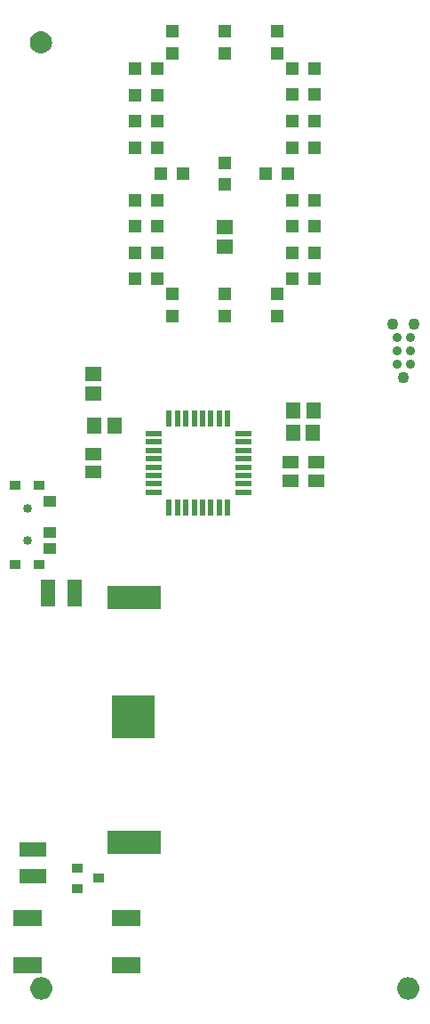
<source format=gts>
G04 EAGLE Gerber RS-274X export*
G75*
%MOMM*%
%FSLAX34Y34*%
%LPD*%
%INSoldermask Top*%
%IPPOS*%
%AMOC8*
5,1,8,0,0,1.08239X$1,22.5*%
G01*
%ADD10R,5.151600X2.201600*%
%ADD11R,4.101600X4.101600*%
%ADD12R,1.566900X1.266200*%
%ADD13C,1.092600*%
%ADD14C,0.888600*%
%ADD15R,1.301600X1.301600*%
%ADD16R,1.001600X0.901600*%
%ADD17R,1.301600X1.001600*%
%ADD18C,0.851600*%
%ADD19R,2.701600X1.501600*%
%ADD20R,1.601600X1.401600*%
%ADD21R,1.401600X1.601600*%
%ADD22R,1.562800X0.602400*%
%ADD23R,0.602400X1.562800*%
%ADD24R,2.641600X1.371600*%
%ADD25R,1.371600X2.641600*%
%ADD26R,0.990600X0.889000*%

G36*
X51792Y939420D02*
X51792Y939420D01*
X51835Y939432D01*
X51901Y939439D01*
X53584Y939890D01*
X53625Y939909D01*
X53688Y939928D01*
X55268Y940665D01*
X55305Y940691D01*
X55364Y940720D01*
X56792Y941720D01*
X56823Y941752D01*
X56876Y941791D01*
X58109Y943024D01*
X58134Y943060D01*
X58180Y943108D01*
X59180Y944536D01*
X59198Y944577D01*
X59235Y944632D01*
X59972Y946212D01*
X59983Y946255D01*
X60010Y946316D01*
X60461Y947999D01*
X60463Y948031D01*
X60470Y948052D01*
X60470Y948067D01*
X60480Y948108D01*
X60632Y949845D01*
X60628Y949889D01*
X60632Y949955D01*
X60480Y951692D01*
X60468Y951735D01*
X60461Y951801D01*
X60010Y953484D01*
X59991Y953525D01*
X59972Y953588D01*
X59235Y955168D01*
X59209Y955205D01*
X59180Y955264D01*
X58180Y956692D01*
X58148Y956723D01*
X58109Y956776D01*
X56876Y958009D01*
X56840Y958034D01*
X56792Y958080D01*
X55364Y959080D01*
X55323Y959098D01*
X55268Y959135D01*
X53688Y959872D01*
X53645Y959883D01*
X53584Y959910D01*
X51901Y960361D01*
X51856Y960364D01*
X51792Y960380D01*
X50055Y960532D01*
X50011Y960528D01*
X49945Y960532D01*
X48208Y960380D01*
X48165Y960368D01*
X48099Y960361D01*
X46416Y959910D01*
X46375Y959891D01*
X46312Y959872D01*
X44732Y959135D01*
X44695Y959109D01*
X44636Y959080D01*
X43208Y958080D01*
X43177Y958048D01*
X43124Y958009D01*
X41891Y956776D01*
X41866Y956740D01*
X41820Y956692D01*
X40820Y955264D01*
X40802Y955223D01*
X40765Y955168D01*
X40028Y953588D01*
X40017Y953545D01*
X39990Y953484D01*
X39539Y951801D01*
X39536Y951756D01*
X39520Y951692D01*
X39368Y949955D01*
X39372Y949911D01*
X39368Y949845D01*
X39520Y948108D01*
X39532Y948065D01*
X39536Y948031D01*
X39536Y948015D01*
X39538Y948010D01*
X39539Y947999D01*
X39990Y946316D01*
X40009Y946275D01*
X40028Y946212D01*
X40765Y944632D01*
X40791Y944595D01*
X40820Y944536D01*
X41820Y943108D01*
X41852Y943077D01*
X41891Y943024D01*
X43124Y941791D01*
X43160Y941766D01*
X43208Y941720D01*
X44636Y940720D01*
X44677Y940702D01*
X44732Y940665D01*
X46312Y939928D01*
X46355Y939917D01*
X46416Y939890D01*
X48099Y939439D01*
X48144Y939436D01*
X48208Y939420D01*
X49945Y939268D01*
X49989Y939272D01*
X50055Y939268D01*
X51792Y939420D01*
G37*
G36*
X401692Y39920D02*
X401692Y39920D01*
X401735Y39932D01*
X401801Y39939D01*
X403484Y40390D01*
X403525Y40409D01*
X403588Y40428D01*
X405168Y41165D01*
X405205Y41191D01*
X405264Y41220D01*
X406692Y42220D01*
X406723Y42252D01*
X406776Y42291D01*
X408009Y43524D01*
X408034Y43560D01*
X408080Y43608D01*
X409080Y45036D01*
X409098Y45077D01*
X409135Y45132D01*
X409872Y46712D01*
X409883Y46755D01*
X409910Y46816D01*
X410361Y48499D01*
X410363Y48531D01*
X410370Y48552D01*
X410370Y48567D01*
X410380Y48608D01*
X410532Y50345D01*
X410528Y50389D01*
X410532Y50455D01*
X410380Y52192D01*
X410368Y52235D01*
X410361Y52301D01*
X409910Y53984D01*
X409891Y54025D01*
X409872Y54088D01*
X409135Y55668D01*
X409109Y55705D01*
X409080Y55764D01*
X408080Y57192D01*
X408048Y57223D01*
X408009Y57276D01*
X406776Y58509D01*
X406740Y58534D01*
X406692Y58580D01*
X405264Y59580D01*
X405223Y59598D01*
X405168Y59635D01*
X403588Y60372D01*
X403545Y60383D01*
X403484Y60410D01*
X401801Y60861D01*
X401756Y60864D01*
X401692Y60880D01*
X399955Y61032D01*
X399911Y61028D01*
X399845Y61032D01*
X398108Y60880D01*
X398065Y60868D01*
X397999Y60861D01*
X396316Y60410D01*
X396275Y60391D01*
X396212Y60372D01*
X394632Y59635D01*
X394595Y59609D01*
X394536Y59580D01*
X393108Y58580D01*
X393077Y58548D01*
X393024Y58509D01*
X391791Y57276D01*
X391766Y57240D01*
X391720Y57192D01*
X390720Y55764D01*
X390702Y55723D01*
X390665Y55668D01*
X389928Y54088D01*
X389917Y54045D01*
X389890Y53984D01*
X389439Y52301D01*
X389436Y52256D01*
X389420Y52192D01*
X389268Y50455D01*
X389272Y50411D01*
X389268Y50345D01*
X389420Y48608D01*
X389432Y48565D01*
X389436Y48531D01*
X389436Y48515D01*
X389438Y48510D01*
X389439Y48499D01*
X389890Y46816D01*
X389909Y46775D01*
X389928Y46712D01*
X390665Y45132D01*
X390691Y45095D01*
X390720Y45036D01*
X391720Y43608D01*
X391752Y43577D01*
X391791Y43524D01*
X393024Y42291D01*
X393060Y42266D01*
X393108Y42220D01*
X394536Y41220D01*
X394577Y41202D01*
X394632Y41165D01*
X396212Y40428D01*
X396255Y40417D01*
X396316Y40390D01*
X397999Y39939D01*
X398044Y39936D01*
X398108Y39920D01*
X399845Y39768D01*
X399889Y39772D01*
X399955Y39768D01*
X401692Y39920D01*
G37*
G36*
X52092Y39920D02*
X52092Y39920D01*
X52135Y39932D01*
X52201Y39939D01*
X53884Y40390D01*
X53925Y40409D01*
X53988Y40428D01*
X55568Y41165D01*
X55605Y41191D01*
X55664Y41220D01*
X57092Y42220D01*
X57123Y42252D01*
X57176Y42291D01*
X58409Y43524D01*
X58434Y43560D01*
X58480Y43608D01*
X59480Y45036D01*
X59498Y45077D01*
X59535Y45132D01*
X60272Y46712D01*
X60283Y46755D01*
X60310Y46816D01*
X60761Y48499D01*
X60763Y48531D01*
X60770Y48552D01*
X60770Y48567D01*
X60780Y48608D01*
X60932Y50345D01*
X60928Y50389D01*
X60932Y50455D01*
X60780Y52192D01*
X60768Y52235D01*
X60761Y52301D01*
X60310Y53984D01*
X60291Y54025D01*
X60272Y54088D01*
X59535Y55668D01*
X59509Y55705D01*
X59480Y55764D01*
X58480Y57192D01*
X58448Y57223D01*
X58409Y57276D01*
X57176Y58509D01*
X57140Y58534D01*
X57092Y58580D01*
X55664Y59580D01*
X55623Y59598D01*
X55568Y59635D01*
X53988Y60372D01*
X53945Y60383D01*
X53884Y60410D01*
X52201Y60861D01*
X52156Y60864D01*
X52092Y60880D01*
X50355Y61032D01*
X50311Y61028D01*
X50245Y61032D01*
X48508Y60880D01*
X48465Y60868D01*
X48399Y60861D01*
X46716Y60410D01*
X46675Y60391D01*
X46612Y60372D01*
X45032Y59635D01*
X44995Y59609D01*
X44936Y59580D01*
X43508Y58580D01*
X43477Y58548D01*
X43424Y58509D01*
X42191Y57276D01*
X42166Y57240D01*
X42120Y57192D01*
X41120Y55764D01*
X41102Y55723D01*
X41065Y55668D01*
X40328Y54088D01*
X40317Y54045D01*
X40290Y53984D01*
X39839Y52301D01*
X39836Y52256D01*
X39820Y52192D01*
X39668Y50455D01*
X39672Y50411D01*
X39668Y50345D01*
X39820Y48608D01*
X39832Y48565D01*
X39836Y48531D01*
X39836Y48515D01*
X39838Y48510D01*
X39839Y48499D01*
X40290Y46816D01*
X40309Y46775D01*
X40328Y46712D01*
X41065Y45132D01*
X41091Y45095D01*
X41120Y45036D01*
X42120Y43608D01*
X42152Y43577D01*
X42191Y43524D01*
X43424Y42291D01*
X43460Y42266D01*
X43508Y42220D01*
X44936Y41220D01*
X44977Y41202D01*
X45032Y41165D01*
X46612Y40428D01*
X46655Y40417D01*
X46716Y40390D01*
X48399Y39939D01*
X48444Y39936D01*
X48508Y39920D01*
X50245Y39768D01*
X50289Y39772D01*
X50355Y39768D01*
X52092Y39920D01*
G37*
D10*
X138900Y422200D03*
X138900Y189700D03*
D11*
X138200Y308600D03*
D12*
X99500Y558854D03*
X99500Y541346D03*
X312000Y533221D03*
X312000Y550729D03*
X288000Y533421D03*
X288000Y550929D03*
D13*
X395500Y631300D03*
X385340Y682100D03*
X405660Y682100D03*
D14*
X401850Y644000D03*
X389150Y644000D03*
X401850Y656700D03*
X389150Y656700D03*
X401850Y669400D03*
X389150Y669400D03*
D15*
X174900Y960600D03*
X174900Y939600D03*
X310550Y749950D03*
X289550Y749950D03*
X310400Y725100D03*
X289400Y725100D03*
X274950Y689450D03*
X274950Y710450D03*
X224825Y689450D03*
X224825Y710450D03*
X174975Y689550D03*
X174975Y710550D03*
X139425Y725025D03*
X160425Y725025D03*
X139425Y750025D03*
X160425Y750025D03*
X139425Y775025D03*
X160425Y775025D03*
X139425Y800025D03*
X160425Y800025D03*
X139425Y850025D03*
X160425Y850025D03*
X225100Y960600D03*
X225100Y939600D03*
X139550Y875025D03*
X160550Y875025D03*
X139425Y900025D03*
X160425Y900025D03*
X139475Y925025D03*
X160475Y925025D03*
X164475Y825025D03*
X185475Y825025D03*
X225100Y814600D03*
X225100Y835600D03*
X285525Y824975D03*
X264525Y824975D03*
X274900Y960600D03*
X274900Y939600D03*
X310600Y925100D03*
X289600Y925100D03*
X310600Y900100D03*
X289600Y900100D03*
X310600Y875100D03*
X289600Y875100D03*
X310600Y850100D03*
X289600Y850100D03*
X310475Y799975D03*
X289475Y799975D03*
X310475Y774975D03*
X289475Y774975D03*
D16*
X48375Y529200D03*
X25725Y529175D03*
X48250Y453350D03*
X25725Y453200D03*
D17*
X58525Y513650D03*
X58525Y468650D03*
X58650Y483650D03*
D18*
X37000Y506700D03*
X37000Y476200D03*
D19*
X37000Y117600D03*
X131000Y117600D03*
X131000Y72600D03*
X37000Y72600D03*
D20*
X224800Y774400D03*
X224800Y755400D03*
D21*
X119800Y585400D03*
X100800Y585400D03*
X309300Y578400D03*
X290300Y578400D03*
X309600Y600200D03*
X290600Y600200D03*
D20*
X99800Y634600D03*
X99800Y615600D03*
D22*
X157525Y578100D03*
X157525Y570100D03*
X157525Y562100D03*
X157525Y554100D03*
X157525Y546100D03*
X157525Y538100D03*
X157525Y530100D03*
X157525Y522100D03*
D23*
X172025Y507600D03*
X180025Y507600D03*
X188025Y507600D03*
X196025Y507600D03*
X204025Y507600D03*
X212025Y507600D03*
X220025Y507600D03*
X228025Y507600D03*
D22*
X242525Y522100D03*
X242525Y530100D03*
X242525Y538100D03*
X242525Y546100D03*
X242525Y554100D03*
X242525Y562100D03*
X242525Y570100D03*
X242525Y578100D03*
D23*
X228025Y592600D03*
X220025Y592600D03*
X212025Y592600D03*
X204025Y592600D03*
X196025Y592600D03*
X188025Y592600D03*
X180025Y592600D03*
X172025Y592600D03*
D24*
X42000Y157300D03*
X42000Y182700D03*
D25*
X56300Y426000D03*
X81700Y426000D03*
D26*
X84840Y164906D03*
X84840Y145602D03*
X105160Y155254D03*
M02*

</source>
